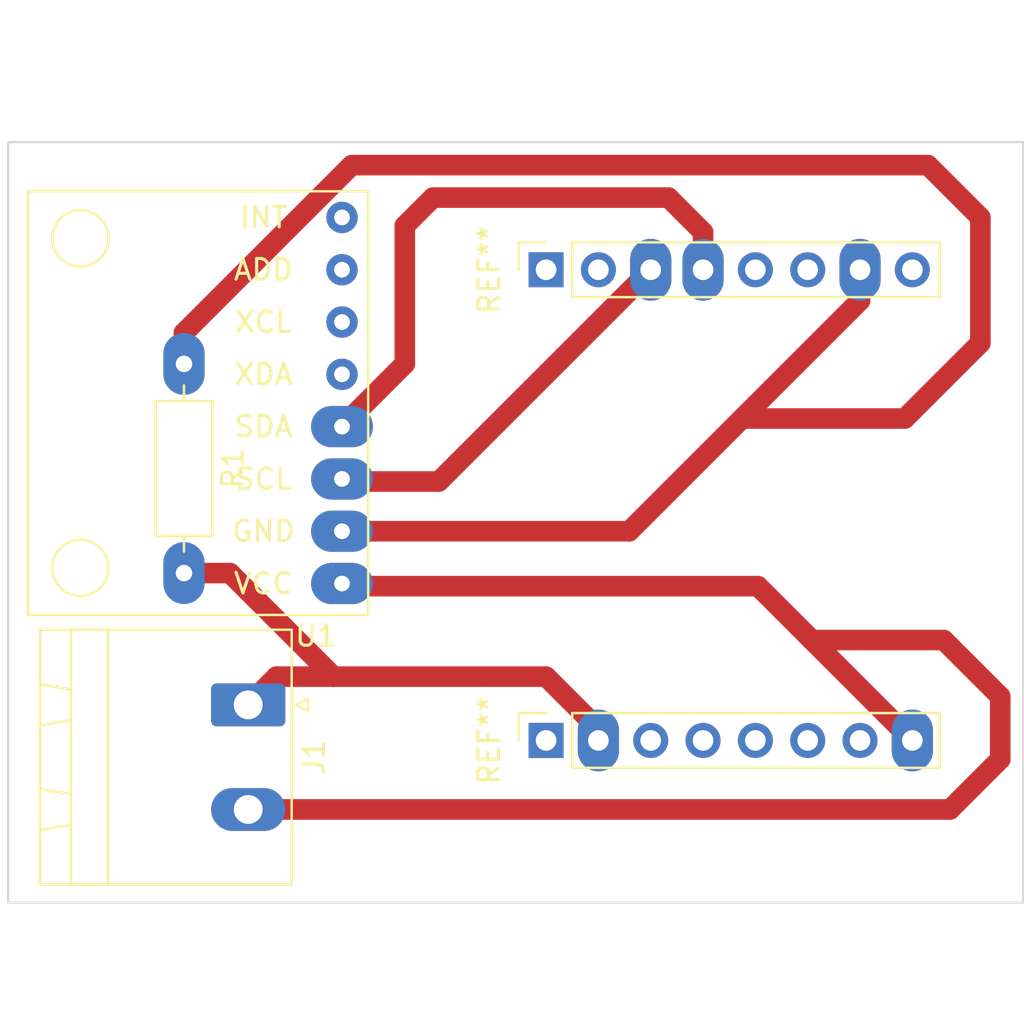
<source format=kicad_pcb>
(kicad_pcb (version 20211014) (generator pcbnew)
  (layers (0 "F.Cu" signal) (31 "B.Cu" signal) (34 "B.Paste" user) (35 "F.Paste" user) (36 "B.SilkS" user "B.Silkscreen") (37 "F.SilkS" user "F.Silkscreen") (38 "B.Mask" user) (39 "F.Mask" user) (44 "Edge.Cuts" user))
  (net 0 "")
  (net 1 "3v3")
  (net 2 "gnd")
  (net 3 "Net-(U1-Pad3)")
  (net 4 "Net-(U1-Pad4)")
  (net 9 "Net-(J1-Pad1)")
  (footprint "usini_sensors:module_mpu6050" (layer "F.Cu") (at 57.2389 35.56 180)
    (fp_text reference "U1" (at 1.27 -20.32) (layer "F.SilkS"))
    (fp_text value "module_mpu6050")
    (fp_text user "ADD" (at 3.81 -2.54) (layer "F.SilkS"))
    (fp_text user "SCL" (at 3.81 -12.7) (layer "F.SilkS"))
    (fp_text user "GND" (at 3.81 -15.24) (layer "F.SilkS"))
    (fp_text user "XDA" (at 3.81 -7.62) (layer "F.SilkS"))
    (fp_text user "SDA" (at 3.81 -10.16) (layer "F.SilkS"))
    (fp_text user "VCC" (at 3.81 -17.78) (layer "F.SilkS"))
    (fp_text user "INT" (at 3.81 0) (layer "F.SilkS"))
    (fp_text user "XCL" (at 3.81 -5.08) (layer "F.SilkS"))
    (fp_line (start 15.24 1.27) (end -1.27 1.27) (layer "F.SilkS") (width 0.12))
    (fp_line (start -1.27 1.27) (end -1.27 -19.304) (layer "F.SilkS") (width 0.12))
    (fp_line (start -1.27 -19.304) (end 15.24 -19.304) (layer "F.SilkS") (width 0.12))
    (fp_line (start 15.24 -19.304) (end 15.24 1.27) (layer "F.SilkS") (width 0.12))
    (fp_circle (center 12.7 -1.016) (end 13.208 0.254) (layer "F.SilkS") (width 0.12) (fill none))
    (fp_circle (center 12.7 -17.018) (end 13.208 -15.748) (layer "F.SilkS") (width 0.12) (fill none))
    (pad "1" thru_hole oval locked (at 0 -17.78 180) (size 3 2) (drill 0.762) (layers *.Cu *.Mask) (net 1 "3v3"))
    (pad "2" thru_hole oval locked (at 0 -15.24 180) (size 3 2) (drill 0.762) (layers *.Cu *.Mask) (net 2 "gnd"))
    (pad "3" thru_hole oval locked (at 0 -12.7 180) (size 3 2) (drill 0.762) (layers *.Cu *.Mask) (net 3 "Net-(U1-Pad3)"))
    (pad "4" thru_hole oval locked (at 0 -10.16 180) (size 3 2) (drill 0.762) (layers *.Cu *.Mask) (net 4 "Net-(U1-Pad4)"))
    (pad "5" thru_hole circle locked (at 0 -7.62 180) (size 1.524 1.524) (drill 0.762) (layers *.Cu *.Mask))
    (pad "6" thru_hole circle locked (at 0 -5.08 180) (size 1.524 1.524) (drill 0.762) (layers *.Cu *.Mask))
    (pad "7" thru_hole circle locked (at 0 -2.54 180) (size 1.524 1.524) (drill 0.762) (layers *.Cu *.Mask))
    (pad "8" thru_hole circle locked (at 0 0 180) (size 1.524 1.524) (drill 0.762) (layers *.Cu *.Mask))
  )
  (footprint "Connector_PinSocket_2.54mm:PinSocket_1x08_P2.54mm_Vertical" (layer "F.Cu") (at 67.1449 38.1 90)
    (fp_text reference "REF**" (at 0 -2.77 90) (layer "F.SilkS"))
    (fp_text value "PinSocket_1x08_P2.54mm_Vertical")
    (fp_line (start 0 -1.33) (end 1.33 -1.33) (layer "F.SilkS") (width 0.12))
    (fp_line (start -1.33 1.27) (end -1.33 19.11) (layer "F.SilkS") (width 0.12))
    (fp_line (start 1.33 1.27) (end 1.33 19.11) (layer "F.SilkS") (width 0.12))
    (fp_line (start -1.33 19.11) (end 1.33 19.11) (layer "F.SilkS") (width 0.12))
    (fp_line (start 1.33 -1.33) (end 1.33 0) (layer "F.SilkS") (width 0.12))
    (fp_line (start -1.33 1.27) (end 1.33 1.27) (layer "F.SilkS") (width 0.12))
    (pad "1" thru_hole rect (at 0 0 90) (size 1.7 1.7) (drill 1) (layers *.Cu *.Mask))
    (pad "2" thru_hole oval (at 0 2.54 90) (size 1.7 1.7) (drill 1) (layers *.Cu *.Mask))
    (pad "3" thru_hole oval (at 0 5.08 90) (size 3 2) (drill 1) (layers *.Cu *.Mask))
    (pad "4" thru_hole oval (at 0 7.62 90) (size 3 2) (drill 1) (layers *.Cu *.Mask) (net 4 "Net-(U1-Pad4)"))
    (pad "5" thru_hole oval (at 0 10.16 90) (size 1.7 1.7) (drill 1) (layers *.Cu *.Mask))
    (pad "6" thru_hole oval (at 0 12.7 90) (size 1.7 1.7) (drill 1) (layers *.Cu *.Mask))
    (pad "7" thru_hole oval (at 0 15.24 90) (size 3 2) (drill 1) (layers *.Cu *.Mask) (net 2 "gnd"))
    (pad "8" thru_hole oval (at 0 17.78 90) (size 1.7 1.7) (drill 1) (layers *.Cu *.Mask))
  )
  (footprint "Connector_Phoenix_MSTB:PhoenixContact_MSTBA_2,5_2-G-5,08_1x02_P5.08mm_Horizontal" (layer "F.Cu") (at 52.6852 59.2328 -90)
    (fp_text reference "J1" (at 2.54 -3.2 90) (layer "F.SilkS"))
    (fp_text value "Screw_Terminal_01x02")
    (fp_line (start -3.65 10.11) (end 8.73 10.11) (layer "F.SilkS") (width 0.12))
    (fp_line (start 0 -2.31) (end -0.3 -2.91) (layer "F.SilkS") (width 0.12))
    (fp_line (start 1 10.11) (end 0.75 8.61) (layer "F.SilkS") (width 0.12))
    (fp_line (start -0.3 -2.91) (end 0.3 -2.91) (layer "F.SilkS") (width 0.12))
    (fp_line (start 8.73 10.11) (end 8.73 -2.11) (layer "F.SilkS") (width 0.12))
    (fp_line (start -1 10.11) (end 1 10.11) (layer "F.SilkS") (width 0.12))
    (fp_line (start 8.73 -2.11) (end -3.65 -2.11) (layer "F.SilkS") (width 0.12))
    (fp_line (start 8.73 6.81) (end 8.73 8.61) (layer "F.SilkS") (width 0.12))
    (fp_line (start 4.08 10.11) (end 6.08 10.11) (layer "F.SilkS") (width 0.12))
    (fp_line (start -3.65 6.81) (end 8.73 6.81) (layer "F.SilkS") (width 0.12))
    (fp_line (start -3.65 -2.11) (end -3.65 10.11) (layer "F.SilkS") (width 0.12))
    (fp_line (start 5.83 8.61) (end 4.33 8.61) (layer "F.SilkS") (width 0.12))
    (fp_line (start 4.33 8.61) (end 4.08 10.11) (layer "F.SilkS") (width 0.12))
    (fp_line (start -0.75 8.61) (end -1 10.11) (layer "F.SilkS") (width 0.12))
    (fp_line (start 6.08 10.11) (end 5.83 8.61) (layer "F.SilkS") (width 0.12))
    (fp_line (start 0.3 -2.91) (end 0 -2.31) (layer "F.SilkS") (width 0.12))
    (fp_line (start 0.75 8.61) (end -0.75 8.61) (layer "F.SilkS") (width 0.12))
    (fp_line (start 8.73 8.61) (end -3.65 8.61) (layer "F.SilkS") (width 0.12))
    (fp_line (start -3.65 8.61) (end -3.65 6.81) (layer "F.SilkS") (width 0.12))
    (pad "1" thru_hole roundrect (at 0 0 270) (size 2.08 3.6) (drill 1.4) (layers *.Cu *.Mask) (roundrect_rratio 0.120192) (net 9 "Net-(J1-Pad1)"))
    (pad "2" thru_hole oval (at 5.08 0 270) (size 2.08 3.6) (drill 1.4) (layers *.Cu *.Mask) (net 1 "3v3"))
  )
  (footprint "Resistor_THT:R_Axial_DIN0207_L6.3mm_D2.5mm_P10.16mm_Horizontal" (layer "F.Cu") (at 49.5681 42.672 -90)
    (fp_text reference "R1" (at 5.08 -2.37 90) (layer "F.SilkS"))
    (fp_text value "R")
    (fp_line (start 8.35 1.37) (end 8.35 -1.37) (layer "F.SilkS") (width 0.12))
    (fp_line (start 1.81 1.37) (end 8.35 1.37) (layer "F.SilkS") (width 0.12))
    (fp_line (start 1.04 0) (end 1.81 0) (layer "F.SilkS") (width 0.12))
    (fp_line (start 1.81 -1.37) (end 1.81 1.37) (layer "F.SilkS") (width 0.12))
    (fp_line (start 8.35 -1.37) (end 1.81 -1.37) (layer "F.SilkS") (width 0.12))
    (fp_line (start 9.12 0) (end 8.35 0) (layer "F.SilkS") (width 0.12))
    (pad "1" thru_hole oval (at 0 0 270) (size 3 2) (drill 0.8) (layers *.Cu *.Mask) (net 2 "gnd"))
    (pad "2" thru_hole oval (at 10.16 0 270) (size 3 2) (drill 0.8) (layers *.Cu *.Mask) (net 9 "Net-(J1-Pad1)"))
  )
  (footprint "Connector_PinSocket_2.54mm:PinSocket_1x08_P2.54mm_Vertical" (layer "F.Cu") (at 67.1449 60.96 90)
    (fp_text reference "REF**" (at 0 -2.77 90) (layer "F.SilkS"))
    (fp_text value "PinSocket_1x08_P2.54mm_Vertical")
    (fp_line (start -1.33 1.27) (end 1.33 1.27) (layer "F.SilkS") (width 0.12))
    (fp_line (start 1.33 -1.33) (end 1.33 0) (layer "F.SilkS") (width 0.12))
    (fp_line (start 1.33 1.27) (end 1.33 19.11) (layer "F.SilkS") (width 0.12))
    (fp_line (start 0 -1.33) (end 1.33 -1.33) (layer "F.SilkS") (width 0.12))
    (fp_line (start -1.33 1.27) (end -1.33 19.11) (layer "F.SilkS") (width 0.12))
    (fp_line (start -1.33 19.11) (end 1.33 19.11) (layer "F.SilkS") (width 0.12))
    (pad "1" thru_hole rect (at 0 0 90) (size 1.7 1.7) (drill 1) (layers *.Cu *.Mask))
    (pad "2" thru_hole oval (at 0 2.54 90) (size 3 2) (drill 1) (layers *.Cu *.Mask) (net 9 "Net-(J1-Pad1)"))
    (pad "3" thru_hole oval (at 0 5.08 90) (size 1.7 1.7) (drill 1) (layers *.Cu *.Mask))
    (pad "4" thru_hole oval (at 0 7.62 90) (size 1.7 1.7) (drill 1) (layers *.Cu *.Mask))
    (pad "5" thru_hole oval (at 0 10.16 90) (size 1.7 1.7) (drill 1) (layers *.Cu *.Mask))
    (pad "6" thru_hole oval (at 0 12.7 90) (size 1.7 1.7) (drill 1) (layers *.Cu *.Mask))
    (pad "7" thru_hole oval (at 0 15.24 90) (size 1.7 1.7) (drill 1) (layers *.Cu *.Mask))
    (pad "8" thru_hole oval (at 0 17.78 90) (size 3 2) (drill 1) (layers *.Cu *.Mask) (net 1 "3v3"))
  )
  (gr_rect (start 41.0337 68.834) (end 90.3097 31.9024) (layer "Edge.Cuts") (width 0.1) (fill none))
  (segment (start 89.1921 58.8264) (end 89.1921 61.8744) (width 1) (layer "F.Cu") (net 1))
  (segment (start 89.1921 61.8744) (end 86.7537 64.3128) (width 1) (layer "F.Cu") (net 1))
  (segment (start 57.6199 53.467) (end 77.4319 53.467) (width 1) (layer "F.Cu") (net 1))
  (segment (start 80.0481 56.0832) (end 86.4489 56.0832) (width 1) (layer "F.Cu") (net 1))
  (segment (start 84.9249 60.96) (end 80.0481 56.0832) (width 1) (layer "F.Cu") (net 1))
  (segment (start 86.4489 56.0832) (end 89.1921 58.8264) (width 1) (layer "F.Cu") (net 1))
  (segment (start 86.7537 64.3128) (end 52.6852 64.3128) (width 1) (layer "F.Cu") (net 1))
  (segment (start 80.0481 56.0832) (end 77.4319 53.467) (width 1) (layer "F.Cu") (net 1))
  (segment (start 71.1849 50.8) (end 57.2389 50.8) (width 1) (layer "F.Cu") (net 2))
  (segment (start 82.3849 39.6) (end 76.6579 45.327) (width 1) (layer "F.Cu") (net 2))
  (segment (start 49.5681 41.16391) (end 49.5681 42.672) (width 1) (layer "F.Cu") (net 2))
  (segment (start 82.3849 38.1) (end 82.3849 39.6) (width 1) (layer "F.Cu") (net 2))
  (segment (start 76.6579 45.327) (end 71.1849 50.8) (width 1) (layer "F.Cu") (net 2))
  (segment (start 57.71201 33.02) (end 49.5681 41.16391) (width 1) (layer "F.Cu") (net 2))
  (segment (start 84.5559 45.327) (end 88.2269 41.656) (width 1) (layer "F.Cu") (net 2))
  (segment (start 85.6869 33.02) (end 57.71201 33.02) (width 1) (layer "F.Cu") (net 2))
  (segment (start 88.2269 41.656) (end 88.2269 35.56) (width 1) (layer "F.Cu") (net 2))
  (segment (start 88.2269 35.56) (end 85.6869 33.02) (width 1) (layer "F.Cu") (net 2))
  (segment (start 76.6579 45.327) (end 84.5559 45.327) (width 1) (layer "F.Cu") (net 2))
  (segment (start 57.6199 48.387) (end 61.9379 48.387) (width 1) (layer "F.Cu") (net 3))
  (segment (start 61.9379 48.387) (end 72.2249 38.1) (width 1) (layer "F.Cu") (net 3))
  (segment (start 60.2869 42.672) (end 57.2389 45.72) (width 1) (layer "F.Cu") (net 4))
  (segment (start 74.7649 38.1) (end 74.7649 36.2712) (width 1) (layer "F.Cu") (net 4))
  (segment (start 57.2389 45.72) (end 57.2389 45.3136) (width 1) (layer "F.Cu") (net 4))
  (segment (start 74.7649 36.2712) (end 73.0885 34.5948) (width 1) (layer "F.Cu") (net 4))
  (segment (start 61.6585 34.5948) (end 60.2869 35.9664) (width 1) (layer "F.Cu") (net 4))
  (segment (start 73.0885 34.5948) (end 61.6585 34.5948) (width 1) (layer "F.Cu") (net 4))
  (segment (start 60.2869 35.9664) (end 60.2869 42.672) (width 1) (layer "F.Cu") (net 4))
  (segment (start 69.6849 60.96) (end 69.6849 60.400978) (width 1) (layer "F.Cu") (net 9))
  (segment (start 51.8033 52.832) (end 56.8325 57.8612) (width 1) (layer "F.Cu") (net 9))
  (segment (start 56.8325 57.8612) (end 54.0568 57.8612) (width 1) (layer "F.Cu") (net 9))
  (segment (start 49.5681 52.832) (end 51.8033 52.832) (width 1) (layer "F.Cu") (net 9))
  (segment (start 54.0568 57.8612) (end 52.6852 59.2328) (width 1) (layer "F.Cu") (net 9))
  (segment (start 69.6849 60.400978) (end 67.145122 57.8612) (width 1) (layer "F.Cu") (net 9))
  (segment (start 67.145122 57.8612) (end 56.8325 57.8612) (width 1) (layer "F.Cu") (net 9))
)
</source>
